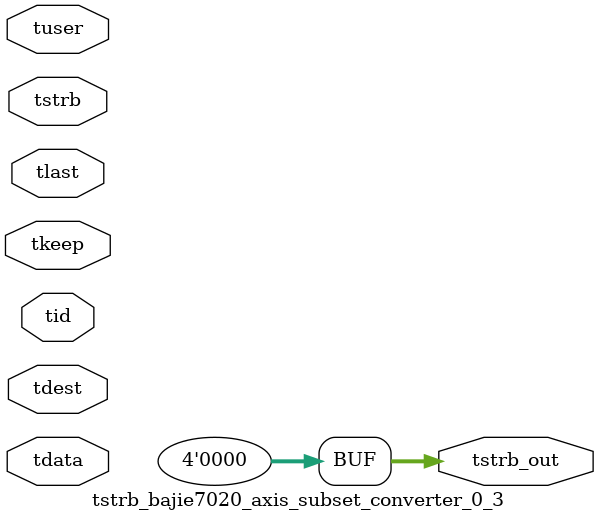
<source format=v>


`timescale 1ps/1ps

module tstrb_bajie7020_axis_subset_converter_0_3 #
(
parameter C_S_AXIS_TDATA_WIDTH = 32,
parameter C_S_AXIS_TUSER_WIDTH = 0,
parameter C_S_AXIS_TID_WIDTH   = 0,
parameter C_S_AXIS_TDEST_WIDTH = 0,
parameter C_M_AXIS_TDATA_WIDTH = 32
)
(
input  [(C_S_AXIS_TDATA_WIDTH == 0 ? 1 : C_S_AXIS_TDATA_WIDTH)-1:0     ] tdata,
input  [(C_S_AXIS_TUSER_WIDTH == 0 ? 1 : C_S_AXIS_TUSER_WIDTH)-1:0     ] tuser,
input  [(C_S_AXIS_TID_WIDTH   == 0 ? 1 : C_S_AXIS_TID_WIDTH)-1:0       ] tid,
input  [(C_S_AXIS_TDEST_WIDTH == 0 ? 1 : C_S_AXIS_TDEST_WIDTH)-1:0     ] tdest,
input  [(C_S_AXIS_TDATA_WIDTH/8)-1:0 ] tkeep,
input  [(C_S_AXIS_TDATA_WIDTH/8)-1:0 ] tstrb,
input                                                                    tlast,
output [(C_M_AXIS_TDATA_WIDTH/8)-1:0 ] tstrb_out
);

assign tstrb_out = {1'b0};

endmodule


</source>
